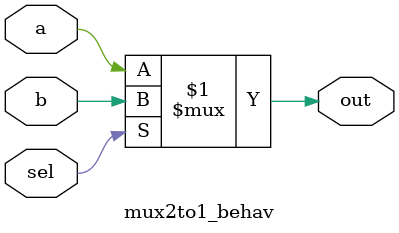
<source format=v>
module mux2to1_behav (
    input a,
    input b,
    input sel,
    output out
);

    assign out = sel ? b : a;

endmodule
</source>
